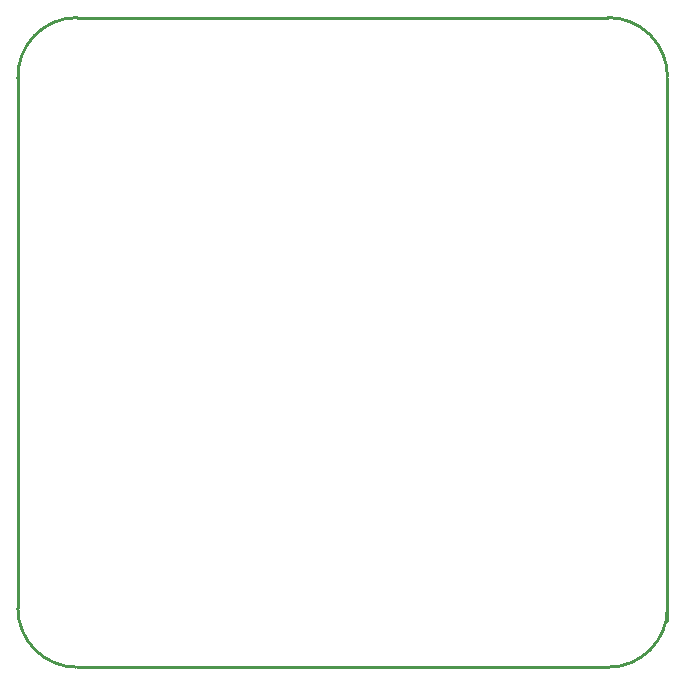
<source format=gko>
G04 Layer: BoardOutlineLayer*
G04 EasyEDA v6.5.42, 2024-04-23 23:59:32*
G04 6f1416cd65ae409284c29a2362dae36f,3bb721cc424b4652afb4738f699644a2,10*
G04 Gerber Generator version 0.2*
G04 Scale: 100 percent, Rotated: No, Reflected: No *
G04 Dimensions in millimeters *
G04 leading zeros omitted , absolute positions ,4 integer and 5 decimal *
%FSLAX45Y45*%
%MOMM*%

%ADD10C,0.2540*%
D10*
X5499988Y4989990D02*
G01*
X5499983Y389996D01*
X4999992Y0D02*
G01*
X500001Y0D01*
X499998Y5499988D02*
G01*
X4999987Y5499988D01*
X0Y499998D02*
G01*
X0Y4999992D01*
G75*
G01*
X499999Y5499989D02*
G03*
X465Y4978420I-1J-499999D01*
G75*
G01*
X4999990Y0D02*
G03*
X5499989Y499999I0J499999D01*
G75*
G01*
X5499989Y4999990D02*
G03*
X4999987Y5499989I-499999J0D01*
G75*
G01*
X0Y499999D02*
G03*
X499999Y0I499999J0D01*

%LPD*%
M02*

</source>
